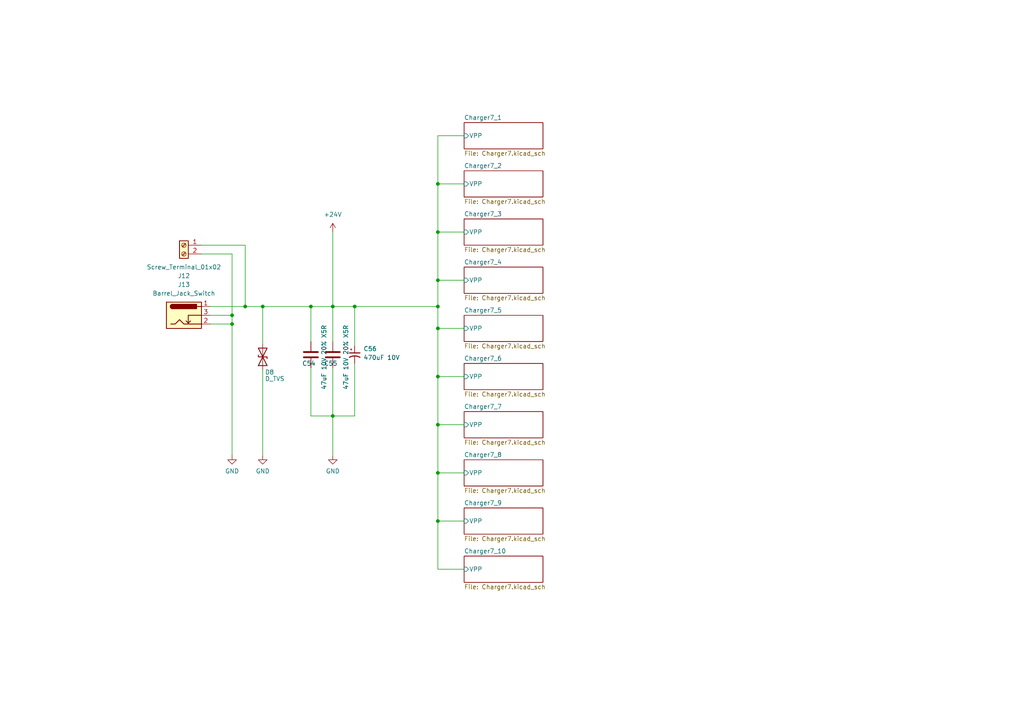
<source format=kicad_sch>
(kicad_sch (version 20250114) (generator "eeschema") (generator_version "9.0")
  (paper "A4")
  (lib_symbols
    (symbol "Connector:Barrel_Jack_Switch" (pin_names (hide yes))
      (property "Reference" "J" (at 0 5.334 0))
      (property "Value" "Barrel_Jack_Switch" (at 0 -5.08 0))
      (symbol "Barrel_Jack_Switch_0_1"
        (rectangle (start -5.08 3.81) (end 5.08 -3.81) (stroke (width 0.254)) (fill (type background)))
        (polyline (pts (xy -3.81 -2.54) (xy -2.54 -2.54) (xy -1.27 -1.27) (xy 0 -2.54) (xy 2.54 -2.54) (xy 5.08 -2.54)) (stroke (width 0.254)))
        (arc (start -3.302 1.905) (mid -3.9343 2.54) (end -3.302 3.175) (stroke (width 0.254)))
        (arc (start -3.302 1.905) (mid -3.9343 2.54) (end -3.302 3.175) (stroke (width 0.254)) (fill (type outline)))
        (polyline (pts (xy 1.27 -2.286) (xy 1.905 -1.651)) (stroke (width 0.254)))
        (rectangle (start 3.683 3.175) (end -3.302 1.905) (stroke (width 0.254)) (fill (type outline)))
        (polyline (pts (xy 5.08 2.54) (xy 3.81 2.54)) (stroke (width 0.254)))
        (polyline (pts (xy 5.08 0) (xy 1.27 0) (xy 1.27 -2.286) (xy 0.635 -1.651)) (stroke (width 0.254)))
      )
      (symbol "Barrel_Jack_Switch_1_1"
        (pin passive line (at 7.62 2.54 180) (length 2.54) (name "~") (number "1"))
        (pin passive line (at 7.62 0 180) (length 2.54) (name "~") (number "3"))
        (pin passive line (at 7.62 -2.54 180) (length 2.54) (name "~") (number "2"))
      )
    )
    (symbol "Connector:Screw_Terminal_01x02" (pin_names (offset 1.016) (hide yes))
      (property "Reference" "J" (at 0 2.54 0))
      (property "Value" "Screw_Terminal_01x02" (at 0 -5.08 0))
      (symbol "Screw_Terminal_01x02_1_1"
        (rectangle (start -1.27 1.27) (end 1.27 -3.81) (stroke (width 0.254)) (fill (type background)))
        (polyline (pts (xy -0.5334 0.3302) (xy 0.3302 -0.508)) (stroke (width 0.1524)))
        (polyline (pts (xy -0.5334 -2.2098) (xy 0.3302 -3.048)) (stroke (width 0.1524)))
        (polyline (pts (xy -0.3556 0.508) (xy 0.508 -0.3302)) (stroke (width 0.1524)))
        (polyline (pts (xy -0.3556 -2.032) (xy 0.508 -2.8702)) (stroke (width 0.1524)))
        (circle (center 0 0) (radius 0.635) (stroke (width 0.1524)))
        (circle (center 0 -2.54) (radius 0.635) (stroke (width 0.1524)))
        (pin passive line (at -5.08 0 0) (length 3.81) (name "Pin_1") (number "1"))
        (pin passive line (at -5.08 -2.54 0) (length 3.81) (name "Pin_2") (number "2"))
      )
    )
    (symbol "Device:C" (pin_numbers (hide yes)) (pin_names (offset 0.254))
      (property "Reference" "C" (at 0.635 2.54 0))
      (property "Value" "C" (at 0.635 -2.54 0))
      (symbol "C_0_1"
        (polyline (pts (xy -2.032 0.762) (xy 2.032 0.762)) (stroke (width 0.508)))
        (polyline (pts (xy -2.032 -0.762) (xy 2.032 -0.762)) (stroke (width 0.508)))
      )
      (symbol "C_1_1"
        (pin passive line (at 0 3.81 270) (length 2.794) (name "~") (number "1"))
        (pin passive line (at 0 -3.81 90) (length 2.794) (name "~") (number "2"))
      )
    )
    (symbol "Device:C_Polarized_Small_US" (pin_numbers (hide yes)) (pin_names (offset 0.254) (hide yes))
      (property "Reference" "C" (at 0.254 1.778 0))
      (property "Value" "C_Polarized_Small_US" (at 0.254 -2.032 0))
      (symbol "C_Polarized_Small_US_0_1"
        (polyline (pts (xy -1.524 0.508) (xy 1.524 0.508)) (stroke (width 0.3048)))
        (polyline (pts (xy -1.27 1.524) (xy -0.762 1.524)))
        (polyline (pts (xy -1.016 1.27) (xy -1.016 1.778)))
        (arc (start -1.524 -0.762) (mid 0 -0.3734) (end 1.524 -0.762) (stroke (width 0.3048)))
      )
      (symbol "C_Polarized_Small_US_1_1"
        (pin passive line (at 0 2.54 270) (length 2.032) (name "~") (number "1"))
        (pin passive line (at 0 -2.54 90) (length 2.032) (name "~") (number "2"))
      )
    )
    (symbol "Device:D_TVS" (pin_numbers (hide yes)) (pin_names (offset 1.016) (hide yes))
      (property "Reference" "D" (at 0 2.54 0))
      (property "Value" "D_TVS" (at 0 -2.54 0))
      (symbol "D_TVS_0_1"
        (polyline (pts (xy -2.54 1.27) (xy -2.54 -1.27) (xy 2.54 1.27) (xy 2.54 -1.27) (xy -2.54 1.27)) (stroke (width 0.254)))
        (polyline (pts (xy 0.508 1.27) (xy 0 1.27) (xy 0 -1.27) (xy -0.508 -1.27)) (stroke (width 0.254)))
        (polyline (pts (xy 1.27 0) (xy -1.27 0)))
      )
      (symbol "D_TVS_1_1"
        (pin passive line (at -3.81 0 0) (length 2.54) (name "A1") (number "1"))
        (pin passive line (at 3.81 0 180) (length 2.54) (name "A2") (number "2"))
      )
    )
    (symbol "power:+24V" (power) (pin_numbers (hide yes)) (pin_names (offset 0) (hide yes))
      (property "Value" "+24V" (at 0 3.556 0))
      (symbol "+24V_0_1"
        (polyline (pts (xy -0.762 1.27) (xy 0 2.54)))
        (polyline (pts (xy 0 2.54) (xy 0.762 1.27)))
        (polyline (pts (xy 0 0) (xy 0 2.54)))
      )
      (symbol "+24V_1_1"
        (pin power_in line (at 0 0 90) (length 0) (name "~") (number "1"))
      )
    )
    (symbol "power:GND" (power) (pin_names (offset 0))
      (property "Value" "GND" (at 0 -3.81 0))
      (symbol "GND_0_1"
        (polyline (pts (xy 0 0) (xy 0 -1.27) (xy 1.27 -1.27) (xy 0 -2.54) (xy -1.27 -1.27) (xy 0 -1.27)))
      )
      (symbol "GND_1_1"
        (pin power_in line (at 0 0 270) (length 0) (hide yes) (name "GND") (number "1"))
      )
    )
  )
  (junction (at 127 95.25))
  (junction (at 127 123.19))
  (junction (at 127 109.22))
  (junction (at 127 88.9))
  (junction (at 127 81.28))
  (junction (at 67.31 91.44))
  (junction (at 96.52 88.9))
  (junction (at 71.12 88.9))
  (junction (at 127 53.34))
  (junction (at 127 67.31))
  (junction (at 76.2 88.9))
  (junction (at 90.17 88.9))
  (junction (at 127 151.13))
  (junction (at 96.52 120.65))
  (junction (at 102.87 88.9))
  (junction (at 67.31 93.98))
  (junction (at 127 137.16))
  (wire (pts (xy 127 151.13) (xy 127 137.16)))
  (wire (pts (xy 96.52 67.31) (xy 96.52 88.9)))
  (wire (pts (xy 127 95.25) (xy 127 109.22)))
  (wire (pts (xy 60.96 88.9) (xy 71.12 88.9)))
  (wire (pts (xy 102.87 88.9) (xy 102.87 100.33)))
  (wire (pts (xy 127 88.9) (xy 127 81.28)))
  (wire (pts (xy 127 67.31) (xy 134.62 67.31)))
  (wire (pts (xy 127 39.37) (xy 134.62 39.37)))
  (wire (pts (xy 134.62 95.25) (xy 127 95.25)))
  (wire (pts (xy 76.2 88.9) (xy 90.17 88.9)))
  (wire (pts (xy 127 151.13) (xy 127 165.1)))
  (wire (pts (xy 71.12 71.12) (xy 71.12 88.9)))
  (wire (pts (xy 134.62 165.1) (xy 127 165.1)))
  (wire (pts (xy 96.52 106.68) (xy 96.52 120.65)))
  (wire (pts (xy 96.52 88.9) (xy 96.52 99.06)))
  (wire (pts (xy 102.87 105.41) (xy 102.87 120.65)))
  (wire (pts (xy 58.42 71.12) (xy 71.12 71.12)))
  (wire (pts (xy 96.52 88.9) (xy 102.87 88.9)))
  (wire (pts (xy 90.17 106.68) (xy 90.17 120.65)))
  (wire (pts (xy 127 151.13) (xy 134.62 151.13)))
  (wire (pts (xy 127 109.22) (xy 134.62 109.22)))
  (wire (pts (xy 58.42 73.66) (xy 67.31 73.66)))
  (wire (pts (xy 60.96 91.44) (xy 67.31 91.44)))
  (wire (pts (xy 127 137.16) (xy 134.62 137.16)))
  (wire (pts (xy 60.96 93.98) (xy 67.31 93.98)))
  (wire (pts (xy 71.12 88.9) (xy 76.2 88.9)))
  (wire (pts (xy 76.2 107.315) (xy 76.2 132.08)))
  (wire (pts (xy 96.52 88.9) (xy 90.17 88.9)))
  (wire (pts (xy 127 123.19) (xy 127 109.22)))
  (wire (pts (xy 127 81.28) (xy 134.62 81.28)))
  (wire (pts (xy 127 123.19) (xy 134.62 123.19)))
  (wire (pts (xy 96.52 120.65) (xy 96.52 132.08)))
  (wire (pts (xy 67.31 91.44) (xy 67.31 93.98)))
  (wire (pts (xy 90.17 88.9) (xy 90.17 99.06)))
  (wire (pts (xy 67.31 93.98) (xy 67.31 132.08)))
  (wire (pts (xy 102.87 88.9) (xy 127 88.9)))
  (wire (pts (xy 127 81.28) (xy 127 67.31)))
  (wire (pts (xy 127 137.16) (xy 127 123.19)))
  (wire (pts (xy 96.52 120.65) (xy 102.87 120.65)))
  (wire (pts (xy 67.31 73.66) (xy 67.31 91.44)))
  (wire (pts (xy 90.17 120.65) (xy 96.52 120.65)))
  (wire (pts (xy 127 95.25) (xy 127 88.9)))
  (wire (pts (xy 127 53.34) (xy 127 39.37)))
  (wire (pts (xy 127 67.31) (xy 127 53.34)))
  (wire (pts (xy 127 53.34) (xy 134.62 53.34)))
  (wire (pts (xy 76.2 88.9) (xy 76.2 99.695)))
  (symbol (lib_id "Connector:Screw_Terminal_01x02") (at 53.34 71.12 0) (mirror y) (unit 1)
    (property "Reference" "J12" (at 53.34 80.01 0))
    (property "Value" "Screw_Terminal_01x02" (at 53.34 77.47 0))
    (property "Footprint" "Pixels-dice:DB125-3.81-2P-GN-S" (effects (hide yes)))
    (property "Manufacturer" "DORABO" (effects (hide yes)))
    (property "Manufacturer Part Number" "DB125-3.81-2P-GN-S" (effects (hide yes)))
    (property "LCSC Part #" "C395878" (effects (hide yes)))
    (property "Part Number" "DB125-3.81-2P-GN-S" (effects (hide yes)))
  )
  (symbol (lib_id "power:GND") (at 76.2 132.08 0) (unit 1)
    (property "Reference" "#PWR081" (effects (hide yes)))
    (property "Value" "GND" (at 76.2 136.6425 0))
  )
  (symbol (lib_id "power:GND") (at 96.52 132.08 0) (unit 1)
    (property "Reference" "#PWR083" (effects (hide yes)))
    (property "Value" "GND" (at 96.52 136.6425 0))
  )
  (symbol (lib_id "Device:C") (at 96.52 102.87 0) (unit 1)
    (property "Reference" "C55" (at 93.98 105.41 0) (effects (justify left)))
    (property "Value" "47uF 10V 20% X5R" (at 100.33 113.03 90) (effects (justify left)))
    (property "Footprint" "Capacitor_SMD:C_1206_3216Metric" (effects (hide yes)))
    (property "Part Number" " CGA1206X5R476M100NT" (effects (hide yes)))
    (property "Manufacturer" "HRE" (effects (hide yes)))
  )
  (symbol (lib_id "power:GND") (at 67.31 132.08 0) (unit 1)
    (property "Reference" "#PWR080" (effects (hide yes)))
    (property "Value" "GND" (at 67.31 136.6425 0))
  )
  (symbol (lib_id "power:+24V") (at 96.52 67.31 0) (unit 1)
    (property "Reference" "#PWR09" (effects (hide yes)))
    (property "Value" "+24V" (at 96.52 62.23 0))
    (property "Description" "Power symbol creates a global label with name \"+24V\"" (effects (hide yes)))
  )
  (symbol (lib_id "Device:C_Polarized_Small_US") (at 102.87 102.87 0) (unit 1)
    (property "Reference" "C56" (at 105.41 101.1681 0) (effects (justify left)))
    (property "Value" "470uF 10V" (at 105.41 103.7081 0) (effects (justify left)))
    (property "Footprint" "Capacitor_SMD:CP_Elec_6.3x7.7" (effects (hide yes)))
    (property "Description" "Polarized capacitor, small US symbol" (effects (hide yes)))
    (property "Manufacturer" "KNSCHA" (effects (hide yes)))
    (property "Part Number" "RVT470UF10V67RV0159" (effects (hide yes)))
  )
  (symbol (lib_id "Device:D_TVS") (at 76.2 103.505 90) (unit 1)
    (property "Reference" "D8" (at 76.835 107.95 90) (effects (justify right)))
    (property "Value" "D_TVS" (at 76.835 109.855 90) (effects (justify right)))
    (property "Footprint" "Diode_SMD:D_SOD-123F" (effects (hide yes)))
    (property "Manufacturer" "TDSEMIC" (effects (hide yes)))
    (property "Part Number" "SMF30CA" (effects (hide yes)))
  )
  (symbol (lib_id "Connector:Barrel_Jack_Switch") (at 53.34 91.44 0) (unit 1)
    (property "Reference" "J13" (at 53.34 82.55 0))
    (property "Value" "Barrel_Jack_Switch" (at 53.34 85.09 0))
    (property "Footprint" "Pixels-dice:BARREL_JACK" (effects (hide yes)))
    (property "LCSC Part #" "C7507454" (effects (hide yes)))
    (property "Manufacturer" "SHOU HAN" (effects (hide yes)))
    (property "Manufacturer Part Number" "DC005-2.5" (effects (hide yes)))
    (property "Part Number" "DC005-2.5" (effects (hide yes)))
  )
  (symbol (lib_id "Device:C") (at 90.17 102.87 0) (unit 1)
    (property "Reference" "C54" (at 87.63 105.41 0) (effects (justify left)))
    (property "Value" "47uF 10V 20% X5R" (at 93.98 113.03 90) (effects (justify left)))
    (property "Footprint" "Capacitor_SMD:C_1206_3216Metric" (effects (hide yes)))
    (property "Part Number" " CGA1206X5R476M100NT" (effects (hide yes)))
    (property "Manufacturer" "HRE" (effects (hide yes)))
  )
  (sheet (at 134.62 105.41) (size 22.86 7.62) (stroke (width 0.1524))
    (property "Sheetname" "Charger7_6" (at 134.62 104.6984 0) (effects (justify left bottom)))
    (property "Sheetfile" "Charger7.kicad_sch" (at 134.62 113.6146 0) (effects (justify left top)))
    (pin "VPP" input (at 134.62 109.22 180))
  )
  (sheet (at 134.62 133.35) (size 22.86 7.62) (stroke (width 0.1524))
    (property "Sheetname" "Charger7_8" (at 134.62 132.6384 0) (effects (justify left bottom)))
    (property "Sheetfile" "Charger7.kicad_sch" (at 134.62 141.5546 0) (effects (justify left top)))
    (pin "VPP" input (at 134.62 137.16 180))
  )
  (sheet (at 134.62 91.44) (size 22.86 7.62) (stroke (width 0.1524))
    (property "Sheetname" "Charger7_5" (at 134.62 90.7284 0) (effects (justify left bottom)))
    (property "Sheetfile" "Charger7.kicad_sch" (at 134.62 99.6446 0) (effects (justify left top)))
    (pin "VPP" input (at 134.62 95.25 180))
  )
  (sheet (at 134.62 35.56) (size 22.86 7.62) (stroke (width 0.1524))
    (property "Sheetname" "Charger7_1" (at 134.62 34.8484 0) (effects (justify left bottom)))
    (property "Sheetfile" "Charger7.kicad_sch" (at 134.62 43.7646 0) (effects (justify left top)))
    (pin "VPP" input (at 134.62 39.37 180))
  )
  (sheet (at 134.62 63.5) (size 22.86 7.62) (stroke (width 0.1524))
    (property "Sheetname" "Charger7_3" (at 134.62 62.7884 0) (effects (justify left bottom)))
    (property "Sheetfile" "Charger7.kicad_sch" (at 134.62 71.7046 0) (effects (justify left top)))
    (pin "VPP" input (at 134.62 67.31 180))
  )
  (sheet (at 134.62 147.32) (size 22.86 7.62) (stroke (width 0.1524))
    (property "Sheetname" "Charger7_9" (at 134.62 146.6084 0) (effects (justify left bottom)))
    (property "Sheetfile" "Charger7.kicad_sch" (at 134.62 155.5246 0) (effects (justify left top)))
    (pin "VPP" input (at 134.62 151.13 180))
  )
  (sheet (at 134.62 119.38) (size 22.86 7.62) (stroke (width 0.1524))
    (property "Sheetname" "Charger7_7" (at 134.62 118.6684 0) (effects (justify left bottom)))
    (property "Sheetfile" "Charger7.kicad_sch" (at 134.62 127.5846 0) (effects (justify left top)))
    (pin "VPP" input (at 134.62 123.19 180))
  )
  (sheet (at 134.62 77.47) (size 22.86 7.62) (stroke (width 0.1524))
    (property "Sheetname" "Charger7_4" (at 134.62 76.7584 0) (effects (justify left bottom)))
    (property "Sheetfile" "Charger7.kicad_sch" (at 134.62 85.6746 0) (effects (justify left top)))
    (pin "VPP" input (at 134.62 81.28 180))
  )
  (sheet (at 134.62 49.53) (size 22.86 7.62) (stroke (width 0.1524))
    (property "Sheetname" "Charger7_2" (at 134.62 48.8184 0) (effects (justify left bottom)))
    (property "Sheetfile" "Charger7.kicad_sch" (at 134.62 57.7346 0) (effects (justify left top)))
    (pin "VPP" input (at 134.62 53.34 180))
  )
  (sheet (at 134.62 161.29) (size 22.86 7.62) (stroke (width 0.1524))
    (property "Sheetname" "Charger7_10" (at 134.62 160.5784 0) (effects (justify left bottom)))
    (property "Sheetfile" "Charger7.kicad_sch" (at 134.62 169.4946 0) (effects (justify left top)))
    (pin "VPP" input (at 134.62 165.1 180))
  )
)
</source>
